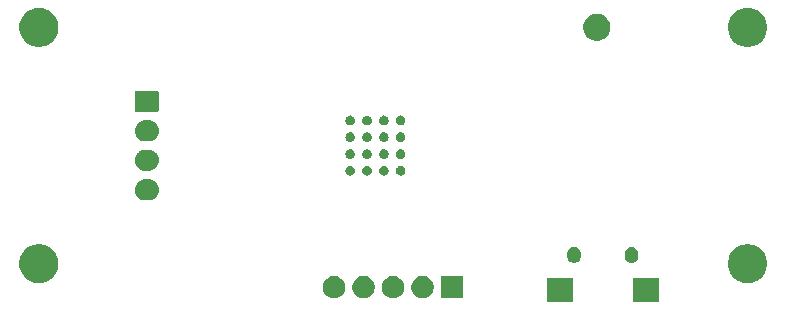
<source format=gbs>
G04 #@! TF.GenerationSoftware,KiCad,Pcbnew,(5.0.2)-1*
G04 #@! TF.CreationDate,2019-10-12T14:48:09+09:00*
G04 #@! TF.ProjectId,Barometer,4261726f-6d65-4746-9572-2e6b69636164,rev?*
G04 #@! TF.SameCoordinates,Original*
G04 #@! TF.FileFunction,Soldermask,Bot*
G04 #@! TF.FilePolarity,Negative*
%FSLAX46Y46*%
G04 Gerber Fmt 4.6, Leading zero omitted, Abs format (unit mm)*
G04 Created by KiCad (PCBNEW (5.0.2)-1) date 2019/10/12 14:48:09*
%MOMM*%
%LPD*%
G01*
G04 APERTURE LIST*
%ADD10C,0.100000*%
G04 APERTURE END LIST*
D10*
G36*
X172501000Y-103251000D02*
X170299000Y-103251000D01*
X170299000Y-101249000D01*
X172501000Y-101249000D01*
X172501000Y-103251000D01*
X172501000Y-103251000D01*
G37*
G36*
X165201000Y-103251000D02*
X162999000Y-103251000D01*
X162999000Y-101249000D01*
X165201000Y-101249000D01*
X165201000Y-103251000D01*
X165201000Y-103251000D01*
G37*
G36*
X147777396Y-101085546D02*
X147950466Y-101157234D01*
X148106230Y-101261312D01*
X148238688Y-101393770D01*
X148342766Y-101549534D01*
X148414454Y-101722604D01*
X148451000Y-101906333D01*
X148451000Y-102093667D01*
X148414454Y-102277396D01*
X148342766Y-102450466D01*
X148238688Y-102606230D01*
X148106230Y-102738688D01*
X147950466Y-102842766D01*
X147777396Y-102914454D01*
X147593667Y-102951000D01*
X147406333Y-102951000D01*
X147222604Y-102914454D01*
X147049534Y-102842766D01*
X146893770Y-102738688D01*
X146761312Y-102606230D01*
X146657234Y-102450466D01*
X146585546Y-102277396D01*
X146549000Y-102093667D01*
X146549000Y-101906333D01*
X146585546Y-101722604D01*
X146657234Y-101549534D01*
X146761312Y-101393770D01*
X146893770Y-101261312D01*
X147049534Y-101157234D01*
X147222604Y-101085546D01*
X147406333Y-101049000D01*
X147593667Y-101049000D01*
X147777396Y-101085546D01*
X147777396Y-101085546D01*
G37*
G36*
X155951000Y-102951000D02*
X154049000Y-102951000D01*
X154049000Y-101049000D01*
X155951000Y-101049000D01*
X155951000Y-102951000D01*
X155951000Y-102951000D01*
G37*
G36*
X152777396Y-101085546D02*
X152950466Y-101157234D01*
X153106230Y-101261312D01*
X153238688Y-101393770D01*
X153342766Y-101549534D01*
X153414454Y-101722604D01*
X153451000Y-101906333D01*
X153451000Y-102093667D01*
X153414454Y-102277396D01*
X153342766Y-102450466D01*
X153238688Y-102606230D01*
X153106230Y-102738688D01*
X152950466Y-102842766D01*
X152777396Y-102914454D01*
X152593667Y-102951000D01*
X152406333Y-102951000D01*
X152222604Y-102914454D01*
X152049534Y-102842766D01*
X151893770Y-102738688D01*
X151761312Y-102606230D01*
X151657234Y-102450466D01*
X151585546Y-102277396D01*
X151549000Y-102093667D01*
X151549000Y-101906333D01*
X151585546Y-101722604D01*
X151657234Y-101549534D01*
X151761312Y-101393770D01*
X151893770Y-101261312D01*
X152049534Y-101157234D01*
X152222604Y-101085546D01*
X152406333Y-101049000D01*
X152593667Y-101049000D01*
X152777396Y-101085546D01*
X152777396Y-101085546D01*
G37*
G36*
X150277396Y-101085546D02*
X150450466Y-101157234D01*
X150606230Y-101261312D01*
X150738688Y-101393770D01*
X150842766Y-101549534D01*
X150914454Y-101722604D01*
X150951000Y-101906333D01*
X150951000Y-102093667D01*
X150914454Y-102277396D01*
X150842766Y-102450466D01*
X150738688Y-102606230D01*
X150606230Y-102738688D01*
X150450466Y-102842766D01*
X150277396Y-102914454D01*
X150093667Y-102951000D01*
X149906333Y-102951000D01*
X149722604Y-102914454D01*
X149549534Y-102842766D01*
X149393770Y-102738688D01*
X149261312Y-102606230D01*
X149157234Y-102450466D01*
X149085546Y-102277396D01*
X149049000Y-102093667D01*
X149049000Y-101906333D01*
X149085546Y-101722604D01*
X149157234Y-101549534D01*
X149261312Y-101393770D01*
X149393770Y-101261312D01*
X149549534Y-101157234D01*
X149722604Y-101085546D01*
X149906333Y-101049000D01*
X150093667Y-101049000D01*
X150277396Y-101085546D01*
X150277396Y-101085546D01*
G37*
G36*
X145277396Y-101085546D02*
X145450466Y-101157234D01*
X145606230Y-101261312D01*
X145738688Y-101393770D01*
X145842766Y-101549534D01*
X145914454Y-101722604D01*
X145951000Y-101906333D01*
X145951000Y-102093667D01*
X145914454Y-102277396D01*
X145842766Y-102450466D01*
X145738688Y-102606230D01*
X145606230Y-102738688D01*
X145450466Y-102842766D01*
X145277396Y-102914454D01*
X145093667Y-102951000D01*
X144906333Y-102951000D01*
X144722604Y-102914454D01*
X144549534Y-102842766D01*
X144393770Y-102738688D01*
X144261312Y-102606230D01*
X144157234Y-102450466D01*
X144085546Y-102277396D01*
X144049000Y-102093667D01*
X144049000Y-101906333D01*
X144085546Y-101722604D01*
X144157234Y-101549534D01*
X144261312Y-101393770D01*
X144393770Y-101261312D01*
X144549534Y-101157234D01*
X144722604Y-101085546D01*
X144906333Y-101049000D01*
X145093667Y-101049000D01*
X145277396Y-101085546D01*
X145277396Y-101085546D01*
G37*
G36*
X120375256Y-98391298D02*
X120481579Y-98412447D01*
X120782042Y-98536903D01*
X120899332Y-98615274D01*
X121052454Y-98717587D01*
X121282413Y-98947546D01*
X121282415Y-98947549D01*
X121463097Y-99217958D01*
X121564562Y-99462915D01*
X121587553Y-99518422D01*
X121651000Y-99837389D01*
X121651000Y-100162611D01*
X121587553Y-100481578D01*
X121463098Y-100782040D01*
X121282413Y-101052454D01*
X121052454Y-101282413D01*
X121052451Y-101282415D01*
X120782042Y-101463097D01*
X120481579Y-101587553D01*
X120375256Y-101608702D01*
X120162611Y-101651000D01*
X119837389Y-101651000D01*
X119624744Y-101608702D01*
X119518421Y-101587553D01*
X119217958Y-101463097D01*
X118947549Y-101282415D01*
X118947546Y-101282413D01*
X118717587Y-101052454D01*
X118536902Y-100782040D01*
X118412447Y-100481578D01*
X118349000Y-100162611D01*
X118349000Y-99837389D01*
X118412447Y-99518422D01*
X118435439Y-99462915D01*
X118536903Y-99217958D01*
X118717585Y-98947549D01*
X118717587Y-98947546D01*
X118947546Y-98717587D01*
X119100668Y-98615274D01*
X119217958Y-98536903D01*
X119518421Y-98412447D01*
X119624744Y-98391298D01*
X119837389Y-98349000D01*
X120162611Y-98349000D01*
X120375256Y-98391298D01*
X120375256Y-98391298D01*
G37*
G36*
X180375256Y-98391298D02*
X180481579Y-98412447D01*
X180782042Y-98536903D01*
X180899332Y-98615274D01*
X181052454Y-98717587D01*
X181282413Y-98947546D01*
X181282415Y-98947549D01*
X181463097Y-99217958D01*
X181564562Y-99462915D01*
X181587553Y-99518422D01*
X181651000Y-99837389D01*
X181651000Y-100162611D01*
X181587553Y-100481578D01*
X181463098Y-100782040D01*
X181282413Y-101052454D01*
X181052454Y-101282413D01*
X181052451Y-101282415D01*
X180782042Y-101463097D01*
X180481579Y-101587553D01*
X180375256Y-101608702D01*
X180162611Y-101651000D01*
X179837389Y-101651000D01*
X179624744Y-101608702D01*
X179518421Y-101587553D01*
X179217958Y-101463097D01*
X178947549Y-101282415D01*
X178947546Y-101282413D01*
X178717587Y-101052454D01*
X178536902Y-100782040D01*
X178412447Y-100481578D01*
X178349000Y-100162611D01*
X178349000Y-99837389D01*
X178412447Y-99518422D01*
X178435439Y-99462915D01*
X178536903Y-99217958D01*
X178717585Y-98947549D01*
X178717587Y-98947546D01*
X178947546Y-98717587D01*
X179100668Y-98615274D01*
X179217958Y-98536903D01*
X179518421Y-98412447D01*
X179624744Y-98391298D01*
X179837389Y-98349000D01*
X180162611Y-98349000D01*
X180375256Y-98391298D01*
X180375256Y-98391298D01*
G37*
G36*
X170287915Y-98582334D02*
X170396491Y-98615271D01*
X170496556Y-98668756D01*
X170584264Y-98740736D01*
X170656244Y-98828443D01*
X170709729Y-98928508D01*
X170742666Y-99037084D01*
X170751000Y-99121702D01*
X170751000Y-99378297D01*
X170742666Y-99462915D01*
X170709729Y-99571491D01*
X170656244Y-99671556D01*
X170584264Y-99759264D01*
X170496557Y-99831244D01*
X170396492Y-99884729D01*
X170287916Y-99917666D01*
X170175000Y-99928787D01*
X170062085Y-99917666D01*
X169953509Y-99884729D01*
X169853444Y-99831244D01*
X169765737Y-99759264D01*
X169693757Y-99671557D01*
X169640271Y-99571492D01*
X169607334Y-99462916D01*
X169599000Y-99378298D01*
X169599000Y-99121703D01*
X169607334Y-99037085D01*
X169640271Y-98928509D01*
X169693756Y-98828444D01*
X169765736Y-98740736D01*
X169853443Y-98668756D01*
X169953508Y-98615271D01*
X170062084Y-98582334D01*
X170175000Y-98571213D01*
X170287915Y-98582334D01*
X170287915Y-98582334D01*
G37*
G36*
X165437915Y-98582334D02*
X165546491Y-98615271D01*
X165646556Y-98668756D01*
X165734264Y-98740736D01*
X165806244Y-98828443D01*
X165859729Y-98928508D01*
X165892666Y-99037084D01*
X165901000Y-99121702D01*
X165901000Y-99378297D01*
X165892666Y-99462915D01*
X165859729Y-99571491D01*
X165806244Y-99671556D01*
X165734264Y-99759264D01*
X165646557Y-99831244D01*
X165546492Y-99884729D01*
X165437916Y-99917666D01*
X165325000Y-99928787D01*
X165212085Y-99917666D01*
X165103509Y-99884729D01*
X165003444Y-99831244D01*
X164915737Y-99759264D01*
X164843757Y-99671557D01*
X164790271Y-99571492D01*
X164757334Y-99462916D01*
X164749000Y-99378298D01*
X164749000Y-99121703D01*
X164757334Y-99037085D01*
X164790271Y-98928509D01*
X164843756Y-98828444D01*
X164915736Y-98740736D01*
X165003443Y-98668756D01*
X165103508Y-98615271D01*
X165212084Y-98582334D01*
X165325000Y-98571213D01*
X165437915Y-98582334D01*
X165437915Y-98582334D01*
G37*
G36*
X129385443Y-92855519D02*
X129451627Y-92862037D01*
X129564853Y-92896384D01*
X129621467Y-92913557D01*
X129760087Y-92987652D01*
X129777991Y-92997222D01*
X129813729Y-93026552D01*
X129915186Y-93109814D01*
X129998448Y-93211271D01*
X130027778Y-93247009D01*
X130027779Y-93247011D01*
X130111443Y-93403533D01*
X130111443Y-93403534D01*
X130162963Y-93573373D01*
X130180359Y-93750000D01*
X130162963Y-93926627D01*
X130128616Y-94039853D01*
X130111443Y-94096467D01*
X130037348Y-94235087D01*
X130027778Y-94252991D01*
X129998448Y-94288729D01*
X129915186Y-94390186D01*
X129813729Y-94473448D01*
X129777991Y-94502778D01*
X129777989Y-94502779D01*
X129621467Y-94586443D01*
X129564853Y-94603616D01*
X129451627Y-94637963D01*
X129385443Y-94644481D01*
X129319260Y-94651000D01*
X128980740Y-94651000D01*
X128914558Y-94644482D01*
X128848373Y-94637963D01*
X128735147Y-94603616D01*
X128678533Y-94586443D01*
X128522011Y-94502779D01*
X128522009Y-94502778D01*
X128486271Y-94473448D01*
X128384814Y-94390186D01*
X128301552Y-94288729D01*
X128272222Y-94252991D01*
X128262652Y-94235087D01*
X128188557Y-94096467D01*
X128171384Y-94039853D01*
X128137037Y-93926627D01*
X128119641Y-93750000D01*
X128137037Y-93573373D01*
X128188557Y-93403534D01*
X128188557Y-93403533D01*
X128272221Y-93247011D01*
X128272222Y-93247009D01*
X128301552Y-93211271D01*
X128384814Y-93109814D01*
X128486271Y-93026552D01*
X128522009Y-92997222D01*
X128539913Y-92987652D01*
X128678533Y-92913557D01*
X128735147Y-92896384D01*
X128848373Y-92862037D01*
X128914557Y-92855519D01*
X128980740Y-92849000D01*
X129319260Y-92849000D01*
X129385443Y-92855519D01*
X129385443Y-92855519D01*
G37*
G36*
X149291951Y-91738075D02*
X149331291Y-91745900D01*
X149405405Y-91776599D01*
X149472107Y-91821168D01*
X149528832Y-91877893D01*
X149573401Y-91944595D01*
X149604100Y-92018709D01*
X149619750Y-92097389D01*
X149619750Y-92177611D01*
X149604100Y-92256291D01*
X149573401Y-92330405D01*
X149528832Y-92397107D01*
X149472107Y-92453832D01*
X149405405Y-92498401D01*
X149331291Y-92529100D01*
X149291951Y-92536925D01*
X149252612Y-92544750D01*
X149172388Y-92544750D01*
X149133049Y-92536925D01*
X149093709Y-92529100D01*
X149019595Y-92498401D01*
X148952893Y-92453832D01*
X148896168Y-92397107D01*
X148851599Y-92330405D01*
X148820900Y-92256291D01*
X148805250Y-92177611D01*
X148805250Y-92097389D01*
X148820900Y-92018709D01*
X148851599Y-91944595D01*
X148896168Y-91877893D01*
X148952893Y-91821168D01*
X149019595Y-91776599D01*
X149093709Y-91745900D01*
X149133049Y-91738075D01*
X149172388Y-91730250D01*
X149252612Y-91730250D01*
X149291951Y-91738075D01*
X149291951Y-91738075D01*
G37*
G36*
X147866951Y-91738075D02*
X147906291Y-91745900D01*
X147980405Y-91776599D01*
X148047107Y-91821168D01*
X148103832Y-91877893D01*
X148148401Y-91944595D01*
X148179100Y-92018709D01*
X148194750Y-92097389D01*
X148194750Y-92177611D01*
X148179100Y-92256291D01*
X148148401Y-92330405D01*
X148103832Y-92397107D01*
X148047107Y-92453832D01*
X147980405Y-92498401D01*
X147906291Y-92529100D01*
X147866951Y-92536925D01*
X147827612Y-92544750D01*
X147747388Y-92544750D01*
X147708049Y-92536925D01*
X147668709Y-92529100D01*
X147594595Y-92498401D01*
X147527893Y-92453832D01*
X147471168Y-92397107D01*
X147426599Y-92330405D01*
X147395900Y-92256291D01*
X147380250Y-92177611D01*
X147380250Y-92097389D01*
X147395900Y-92018709D01*
X147426599Y-91944595D01*
X147471168Y-91877893D01*
X147527893Y-91821168D01*
X147594595Y-91776599D01*
X147668709Y-91745900D01*
X147708049Y-91738075D01*
X147747388Y-91730250D01*
X147827612Y-91730250D01*
X147866951Y-91738075D01*
X147866951Y-91738075D01*
G37*
G36*
X146441951Y-91738075D02*
X146481291Y-91745900D01*
X146555405Y-91776599D01*
X146622107Y-91821168D01*
X146678832Y-91877893D01*
X146723401Y-91944595D01*
X146754100Y-92018709D01*
X146769750Y-92097389D01*
X146769750Y-92177611D01*
X146754100Y-92256291D01*
X146723401Y-92330405D01*
X146678832Y-92397107D01*
X146622107Y-92453832D01*
X146555405Y-92498401D01*
X146481291Y-92529100D01*
X146441951Y-92536925D01*
X146402612Y-92544750D01*
X146322388Y-92544750D01*
X146283049Y-92536925D01*
X146243709Y-92529100D01*
X146169595Y-92498401D01*
X146102893Y-92453832D01*
X146046168Y-92397107D01*
X146001599Y-92330405D01*
X145970900Y-92256291D01*
X145955250Y-92177611D01*
X145955250Y-92097389D01*
X145970900Y-92018709D01*
X146001599Y-91944595D01*
X146046168Y-91877893D01*
X146102893Y-91821168D01*
X146169595Y-91776599D01*
X146243709Y-91745900D01*
X146283049Y-91738075D01*
X146322388Y-91730250D01*
X146402612Y-91730250D01*
X146441951Y-91738075D01*
X146441951Y-91738075D01*
G37*
G36*
X150716951Y-91738075D02*
X150756291Y-91745900D01*
X150830405Y-91776599D01*
X150897107Y-91821168D01*
X150953832Y-91877893D01*
X150998401Y-91944595D01*
X151029100Y-92018709D01*
X151044750Y-92097389D01*
X151044750Y-92177611D01*
X151029100Y-92256291D01*
X150998401Y-92330405D01*
X150953832Y-92397107D01*
X150897107Y-92453832D01*
X150830405Y-92498401D01*
X150756291Y-92529100D01*
X150716951Y-92536925D01*
X150677612Y-92544750D01*
X150597388Y-92544750D01*
X150558049Y-92536925D01*
X150518709Y-92529100D01*
X150444595Y-92498401D01*
X150377893Y-92453832D01*
X150321168Y-92397107D01*
X150276599Y-92330405D01*
X150245900Y-92256291D01*
X150230250Y-92177611D01*
X150230250Y-92097389D01*
X150245900Y-92018709D01*
X150276599Y-91944595D01*
X150321168Y-91877893D01*
X150377893Y-91821168D01*
X150444595Y-91776599D01*
X150518709Y-91745900D01*
X150558049Y-91738075D01*
X150597388Y-91730250D01*
X150677612Y-91730250D01*
X150716951Y-91738075D01*
X150716951Y-91738075D01*
G37*
G36*
X129385442Y-90355518D02*
X129451627Y-90362037D01*
X129564142Y-90396168D01*
X129621467Y-90413557D01*
X129695058Y-90452893D01*
X129777991Y-90497222D01*
X129805252Y-90519595D01*
X129915186Y-90609814D01*
X129966538Y-90672388D01*
X130027778Y-90747009D01*
X130027779Y-90747011D01*
X130111443Y-90903533D01*
X130111443Y-90903534D01*
X130162963Y-91073373D01*
X130180359Y-91250000D01*
X130162963Y-91426627D01*
X130128616Y-91539853D01*
X130111443Y-91596467D01*
X130039933Y-91730250D01*
X130027778Y-91752991D01*
X130008403Y-91776599D01*
X129915186Y-91890186D01*
X129848887Y-91944595D01*
X129777991Y-92002778D01*
X129777989Y-92002779D01*
X129621467Y-92086443D01*
X129585385Y-92097388D01*
X129451627Y-92137963D01*
X129385443Y-92144481D01*
X129319260Y-92151000D01*
X128980740Y-92151000D01*
X128914557Y-92144481D01*
X128848373Y-92137963D01*
X128714615Y-92097388D01*
X128678533Y-92086443D01*
X128522011Y-92002779D01*
X128522009Y-92002778D01*
X128451113Y-91944595D01*
X128384814Y-91890186D01*
X128291597Y-91776599D01*
X128272222Y-91752991D01*
X128260067Y-91730250D01*
X128188557Y-91596467D01*
X128171384Y-91539853D01*
X128137037Y-91426627D01*
X128119641Y-91250000D01*
X128137037Y-91073373D01*
X128188557Y-90903534D01*
X128188557Y-90903533D01*
X128272221Y-90747011D01*
X128272222Y-90747009D01*
X128333462Y-90672388D01*
X128384814Y-90609814D01*
X128494748Y-90519595D01*
X128522009Y-90497222D01*
X128604942Y-90452893D01*
X128678533Y-90413557D01*
X128735858Y-90396168D01*
X128848373Y-90362037D01*
X128914558Y-90355518D01*
X128980740Y-90349000D01*
X129319260Y-90349000D01*
X129385442Y-90355518D01*
X129385442Y-90355518D01*
G37*
G36*
X150716951Y-90313075D02*
X150756291Y-90320900D01*
X150830405Y-90351599D01*
X150897107Y-90396168D01*
X150953832Y-90452893D01*
X150998401Y-90519595D01*
X151029100Y-90593709D01*
X151044750Y-90672389D01*
X151044750Y-90752611D01*
X151029100Y-90831291D01*
X150998401Y-90905405D01*
X150953832Y-90972107D01*
X150897107Y-91028832D01*
X150830405Y-91073401D01*
X150756291Y-91104100D01*
X150716951Y-91111925D01*
X150677612Y-91119750D01*
X150597388Y-91119750D01*
X150558049Y-91111925D01*
X150518709Y-91104100D01*
X150444595Y-91073401D01*
X150377893Y-91028832D01*
X150321168Y-90972107D01*
X150276599Y-90905405D01*
X150245900Y-90831291D01*
X150230250Y-90752611D01*
X150230250Y-90672389D01*
X150245900Y-90593709D01*
X150276599Y-90519595D01*
X150321168Y-90452893D01*
X150377893Y-90396168D01*
X150444595Y-90351599D01*
X150518709Y-90320900D01*
X150558049Y-90313075D01*
X150597388Y-90305250D01*
X150677612Y-90305250D01*
X150716951Y-90313075D01*
X150716951Y-90313075D01*
G37*
G36*
X146441951Y-90313075D02*
X146481291Y-90320900D01*
X146555405Y-90351599D01*
X146622107Y-90396168D01*
X146678832Y-90452893D01*
X146723401Y-90519595D01*
X146754100Y-90593709D01*
X146769750Y-90672389D01*
X146769750Y-90752611D01*
X146754100Y-90831291D01*
X146723401Y-90905405D01*
X146678832Y-90972107D01*
X146622107Y-91028832D01*
X146555405Y-91073401D01*
X146481291Y-91104100D01*
X146441951Y-91111925D01*
X146402612Y-91119750D01*
X146322388Y-91119750D01*
X146283049Y-91111925D01*
X146243709Y-91104100D01*
X146169595Y-91073401D01*
X146102893Y-91028832D01*
X146046168Y-90972107D01*
X146001599Y-90905405D01*
X145970900Y-90831291D01*
X145955250Y-90752611D01*
X145955250Y-90672389D01*
X145970900Y-90593709D01*
X146001599Y-90519595D01*
X146046168Y-90452893D01*
X146102893Y-90396168D01*
X146169595Y-90351599D01*
X146243709Y-90320900D01*
X146283049Y-90313075D01*
X146322388Y-90305250D01*
X146402612Y-90305250D01*
X146441951Y-90313075D01*
X146441951Y-90313075D01*
G37*
G36*
X147866951Y-90313075D02*
X147906291Y-90320900D01*
X147980405Y-90351599D01*
X148047107Y-90396168D01*
X148103832Y-90452893D01*
X148148401Y-90519595D01*
X148179100Y-90593709D01*
X148194750Y-90672389D01*
X148194750Y-90752611D01*
X148179100Y-90831291D01*
X148148401Y-90905405D01*
X148103832Y-90972107D01*
X148047107Y-91028832D01*
X147980405Y-91073401D01*
X147906291Y-91104100D01*
X147866951Y-91111925D01*
X147827612Y-91119750D01*
X147747388Y-91119750D01*
X147708049Y-91111925D01*
X147668709Y-91104100D01*
X147594595Y-91073401D01*
X147527893Y-91028832D01*
X147471168Y-90972107D01*
X147426599Y-90905405D01*
X147395900Y-90831291D01*
X147380250Y-90752611D01*
X147380250Y-90672389D01*
X147395900Y-90593709D01*
X147426599Y-90519595D01*
X147471168Y-90452893D01*
X147527893Y-90396168D01*
X147594595Y-90351599D01*
X147668709Y-90320900D01*
X147708049Y-90313075D01*
X147747388Y-90305250D01*
X147827612Y-90305250D01*
X147866951Y-90313075D01*
X147866951Y-90313075D01*
G37*
G36*
X149291951Y-90313075D02*
X149331291Y-90320900D01*
X149405405Y-90351599D01*
X149472107Y-90396168D01*
X149528832Y-90452893D01*
X149573401Y-90519595D01*
X149604100Y-90593709D01*
X149619750Y-90672389D01*
X149619750Y-90752611D01*
X149604100Y-90831291D01*
X149573401Y-90905405D01*
X149528832Y-90972107D01*
X149472107Y-91028832D01*
X149405405Y-91073401D01*
X149331291Y-91104100D01*
X149291951Y-91111925D01*
X149252612Y-91119750D01*
X149172388Y-91119750D01*
X149133049Y-91111925D01*
X149093709Y-91104100D01*
X149019595Y-91073401D01*
X148952893Y-91028832D01*
X148896168Y-90972107D01*
X148851599Y-90905405D01*
X148820900Y-90831291D01*
X148805250Y-90752611D01*
X148805250Y-90672389D01*
X148820900Y-90593709D01*
X148851599Y-90519595D01*
X148896168Y-90452893D01*
X148952893Y-90396168D01*
X149019595Y-90351599D01*
X149093709Y-90320900D01*
X149133049Y-90313075D01*
X149172388Y-90305250D01*
X149252612Y-90305250D01*
X149291951Y-90313075D01*
X149291951Y-90313075D01*
G37*
G36*
X147866951Y-88888075D02*
X147906291Y-88895900D01*
X147980405Y-88926599D01*
X148047107Y-88971168D01*
X148103832Y-89027893D01*
X148148401Y-89094595D01*
X148179100Y-89168709D01*
X148194750Y-89247389D01*
X148194750Y-89327611D01*
X148179100Y-89406291D01*
X148148401Y-89480405D01*
X148103832Y-89547107D01*
X148047107Y-89603832D01*
X147980405Y-89648401D01*
X147906291Y-89679100D01*
X147866951Y-89686925D01*
X147827612Y-89694750D01*
X147747388Y-89694750D01*
X147708049Y-89686925D01*
X147668709Y-89679100D01*
X147594595Y-89648401D01*
X147527893Y-89603832D01*
X147471168Y-89547107D01*
X147426599Y-89480405D01*
X147395900Y-89406291D01*
X147380250Y-89327611D01*
X147380250Y-89247389D01*
X147395900Y-89168709D01*
X147426599Y-89094595D01*
X147471168Y-89027893D01*
X147527893Y-88971168D01*
X147594595Y-88926599D01*
X147668709Y-88895900D01*
X147708049Y-88888075D01*
X147747388Y-88880250D01*
X147827612Y-88880250D01*
X147866951Y-88888075D01*
X147866951Y-88888075D01*
G37*
G36*
X150716951Y-88888075D02*
X150756291Y-88895900D01*
X150830405Y-88926599D01*
X150897107Y-88971168D01*
X150953832Y-89027893D01*
X150998401Y-89094595D01*
X151029100Y-89168709D01*
X151044750Y-89247389D01*
X151044750Y-89327611D01*
X151029100Y-89406291D01*
X150998401Y-89480405D01*
X150953832Y-89547107D01*
X150897107Y-89603832D01*
X150830405Y-89648401D01*
X150756291Y-89679100D01*
X150716951Y-89686925D01*
X150677612Y-89694750D01*
X150597388Y-89694750D01*
X150558049Y-89686925D01*
X150518709Y-89679100D01*
X150444595Y-89648401D01*
X150377893Y-89603832D01*
X150321168Y-89547107D01*
X150276599Y-89480405D01*
X150245900Y-89406291D01*
X150230250Y-89327611D01*
X150230250Y-89247389D01*
X150245900Y-89168709D01*
X150276599Y-89094595D01*
X150321168Y-89027893D01*
X150377893Y-88971168D01*
X150444595Y-88926599D01*
X150518709Y-88895900D01*
X150558049Y-88888075D01*
X150597388Y-88880250D01*
X150677612Y-88880250D01*
X150716951Y-88888075D01*
X150716951Y-88888075D01*
G37*
G36*
X149291951Y-88888075D02*
X149331291Y-88895900D01*
X149405405Y-88926599D01*
X149472107Y-88971168D01*
X149528832Y-89027893D01*
X149573401Y-89094595D01*
X149604100Y-89168709D01*
X149619750Y-89247389D01*
X149619750Y-89327611D01*
X149604100Y-89406291D01*
X149573401Y-89480405D01*
X149528832Y-89547107D01*
X149472107Y-89603832D01*
X149405405Y-89648401D01*
X149331291Y-89679100D01*
X149291951Y-89686925D01*
X149252612Y-89694750D01*
X149172388Y-89694750D01*
X149133049Y-89686925D01*
X149093709Y-89679100D01*
X149019595Y-89648401D01*
X148952893Y-89603832D01*
X148896168Y-89547107D01*
X148851599Y-89480405D01*
X148820900Y-89406291D01*
X148805250Y-89327611D01*
X148805250Y-89247389D01*
X148820900Y-89168709D01*
X148851599Y-89094595D01*
X148896168Y-89027893D01*
X148952893Y-88971168D01*
X149019595Y-88926599D01*
X149093709Y-88895900D01*
X149133049Y-88888075D01*
X149172388Y-88880250D01*
X149252612Y-88880250D01*
X149291951Y-88888075D01*
X149291951Y-88888075D01*
G37*
G36*
X146441951Y-88888075D02*
X146481291Y-88895900D01*
X146555405Y-88926599D01*
X146622107Y-88971168D01*
X146678832Y-89027893D01*
X146723401Y-89094595D01*
X146754100Y-89168709D01*
X146769750Y-89247389D01*
X146769750Y-89327611D01*
X146754100Y-89406291D01*
X146723401Y-89480405D01*
X146678832Y-89547107D01*
X146622107Y-89603832D01*
X146555405Y-89648401D01*
X146481291Y-89679100D01*
X146441951Y-89686925D01*
X146402612Y-89694750D01*
X146322388Y-89694750D01*
X146283049Y-89686925D01*
X146243709Y-89679100D01*
X146169595Y-89648401D01*
X146102893Y-89603832D01*
X146046168Y-89547107D01*
X146001599Y-89480405D01*
X145970900Y-89406291D01*
X145955250Y-89327611D01*
X145955250Y-89247389D01*
X145970900Y-89168709D01*
X146001599Y-89094595D01*
X146046168Y-89027893D01*
X146102893Y-88971168D01*
X146169595Y-88926599D01*
X146243709Y-88895900D01*
X146283049Y-88888075D01*
X146322388Y-88880250D01*
X146402612Y-88880250D01*
X146441951Y-88888075D01*
X146441951Y-88888075D01*
G37*
G36*
X129385442Y-87855518D02*
X129451627Y-87862037D01*
X129564853Y-87896384D01*
X129621467Y-87913557D01*
X129760087Y-87987652D01*
X129777991Y-87997222D01*
X129813729Y-88026552D01*
X129915186Y-88109814D01*
X129998448Y-88211271D01*
X130027778Y-88247009D01*
X130027779Y-88247011D01*
X130111443Y-88403533D01*
X130111443Y-88403534D01*
X130162963Y-88573373D01*
X130180359Y-88750000D01*
X130162963Y-88926627D01*
X130149451Y-88971169D01*
X130111443Y-89096467D01*
X130037348Y-89235087D01*
X130027778Y-89252991D01*
X129998448Y-89288729D01*
X129915186Y-89390186D01*
X129813729Y-89473448D01*
X129777991Y-89502778D01*
X129777989Y-89502779D01*
X129621467Y-89586443D01*
X129564853Y-89603616D01*
X129451627Y-89637963D01*
X129385442Y-89644482D01*
X129319260Y-89651000D01*
X128980740Y-89651000D01*
X128914558Y-89644482D01*
X128848373Y-89637963D01*
X128735147Y-89603616D01*
X128678533Y-89586443D01*
X128522011Y-89502779D01*
X128522009Y-89502778D01*
X128486271Y-89473448D01*
X128384814Y-89390186D01*
X128301552Y-89288729D01*
X128272222Y-89252991D01*
X128262652Y-89235087D01*
X128188557Y-89096467D01*
X128150549Y-88971169D01*
X128137037Y-88926627D01*
X128119641Y-88750000D01*
X128137037Y-88573373D01*
X128188557Y-88403534D01*
X128188557Y-88403533D01*
X128272221Y-88247011D01*
X128272222Y-88247009D01*
X128301552Y-88211271D01*
X128384814Y-88109814D01*
X128486271Y-88026552D01*
X128522009Y-87997222D01*
X128539913Y-87987652D01*
X128678533Y-87913557D01*
X128735147Y-87896384D01*
X128848373Y-87862037D01*
X128914558Y-87855518D01*
X128980740Y-87849000D01*
X129319260Y-87849000D01*
X129385442Y-87855518D01*
X129385442Y-87855518D01*
G37*
G36*
X146441951Y-87463075D02*
X146481291Y-87470900D01*
X146555405Y-87501599D01*
X146622107Y-87546168D01*
X146678832Y-87602893D01*
X146723401Y-87669595D01*
X146754100Y-87743709D01*
X146769750Y-87822389D01*
X146769750Y-87902611D01*
X146754100Y-87981291D01*
X146723401Y-88055405D01*
X146678832Y-88122107D01*
X146622107Y-88178832D01*
X146555405Y-88223401D01*
X146481291Y-88254100D01*
X146441951Y-88261925D01*
X146402612Y-88269750D01*
X146322388Y-88269750D01*
X146283049Y-88261925D01*
X146243709Y-88254100D01*
X146169595Y-88223401D01*
X146102893Y-88178832D01*
X146046168Y-88122107D01*
X146001599Y-88055405D01*
X145970900Y-87981291D01*
X145955250Y-87902611D01*
X145955250Y-87822389D01*
X145970900Y-87743709D01*
X146001599Y-87669595D01*
X146046168Y-87602893D01*
X146102893Y-87546168D01*
X146169595Y-87501599D01*
X146243709Y-87470900D01*
X146283049Y-87463075D01*
X146322388Y-87455250D01*
X146402612Y-87455250D01*
X146441951Y-87463075D01*
X146441951Y-87463075D01*
G37*
G36*
X147866951Y-87463075D02*
X147906291Y-87470900D01*
X147980405Y-87501599D01*
X148047107Y-87546168D01*
X148103832Y-87602893D01*
X148148401Y-87669595D01*
X148179100Y-87743709D01*
X148194750Y-87822389D01*
X148194750Y-87902611D01*
X148179100Y-87981291D01*
X148148401Y-88055405D01*
X148103832Y-88122107D01*
X148047107Y-88178832D01*
X147980405Y-88223401D01*
X147906291Y-88254100D01*
X147866951Y-88261925D01*
X147827612Y-88269750D01*
X147747388Y-88269750D01*
X147708049Y-88261925D01*
X147668709Y-88254100D01*
X147594595Y-88223401D01*
X147527893Y-88178832D01*
X147471168Y-88122107D01*
X147426599Y-88055405D01*
X147395900Y-87981291D01*
X147380250Y-87902611D01*
X147380250Y-87822389D01*
X147395900Y-87743709D01*
X147426599Y-87669595D01*
X147471168Y-87602893D01*
X147527893Y-87546168D01*
X147594595Y-87501599D01*
X147668709Y-87470900D01*
X147708049Y-87463075D01*
X147747388Y-87455250D01*
X147827612Y-87455250D01*
X147866951Y-87463075D01*
X147866951Y-87463075D01*
G37*
G36*
X149291951Y-87463075D02*
X149331291Y-87470900D01*
X149405405Y-87501599D01*
X149472107Y-87546168D01*
X149528832Y-87602893D01*
X149573401Y-87669595D01*
X149604100Y-87743709D01*
X149619750Y-87822389D01*
X149619750Y-87902611D01*
X149604100Y-87981291D01*
X149573401Y-88055405D01*
X149528832Y-88122107D01*
X149472107Y-88178832D01*
X149405405Y-88223401D01*
X149331291Y-88254100D01*
X149291951Y-88261925D01*
X149252612Y-88269750D01*
X149172388Y-88269750D01*
X149133049Y-88261925D01*
X149093709Y-88254100D01*
X149019595Y-88223401D01*
X148952893Y-88178832D01*
X148896168Y-88122107D01*
X148851599Y-88055405D01*
X148820900Y-87981291D01*
X148805250Y-87902611D01*
X148805250Y-87822389D01*
X148820900Y-87743709D01*
X148851599Y-87669595D01*
X148896168Y-87602893D01*
X148952893Y-87546168D01*
X149019595Y-87501599D01*
X149093709Y-87470900D01*
X149133049Y-87463075D01*
X149172388Y-87455250D01*
X149252612Y-87455250D01*
X149291951Y-87463075D01*
X149291951Y-87463075D01*
G37*
G36*
X150716951Y-87463075D02*
X150756291Y-87470900D01*
X150830405Y-87501599D01*
X150897107Y-87546168D01*
X150953832Y-87602893D01*
X150998401Y-87669595D01*
X151029100Y-87743709D01*
X151044750Y-87822389D01*
X151044750Y-87902611D01*
X151029100Y-87981291D01*
X150998401Y-88055405D01*
X150953832Y-88122107D01*
X150897107Y-88178832D01*
X150830405Y-88223401D01*
X150756291Y-88254100D01*
X150716951Y-88261925D01*
X150677612Y-88269750D01*
X150597388Y-88269750D01*
X150558049Y-88261925D01*
X150518709Y-88254100D01*
X150444595Y-88223401D01*
X150377893Y-88178832D01*
X150321168Y-88122107D01*
X150276599Y-88055405D01*
X150245900Y-87981291D01*
X150230250Y-87902611D01*
X150230250Y-87822389D01*
X150245900Y-87743709D01*
X150276599Y-87669595D01*
X150321168Y-87602893D01*
X150377893Y-87546168D01*
X150444595Y-87501599D01*
X150518709Y-87470900D01*
X150558049Y-87463075D01*
X150597388Y-87455250D01*
X150677612Y-87455250D01*
X150716951Y-87463075D01*
X150716951Y-87463075D01*
G37*
G36*
X130033600Y-85352989D02*
X130066649Y-85363014D01*
X130097106Y-85379294D01*
X130123799Y-85401201D01*
X130145706Y-85427894D01*
X130161986Y-85458351D01*
X130172011Y-85491400D01*
X130176000Y-85531904D01*
X130176000Y-86968096D01*
X130172011Y-87008600D01*
X130161986Y-87041649D01*
X130145706Y-87072106D01*
X130123799Y-87098799D01*
X130097106Y-87120706D01*
X130066649Y-87136986D01*
X130033600Y-87147011D01*
X129993096Y-87151000D01*
X128306904Y-87151000D01*
X128266400Y-87147011D01*
X128233351Y-87136986D01*
X128202894Y-87120706D01*
X128176201Y-87098799D01*
X128154294Y-87072106D01*
X128138014Y-87041649D01*
X128127989Y-87008600D01*
X128124000Y-86968096D01*
X128124000Y-85531904D01*
X128127989Y-85491400D01*
X128138014Y-85458351D01*
X128154294Y-85427894D01*
X128176201Y-85401201D01*
X128202894Y-85379294D01*
X128233351Y-85363014D01*
X128266400Y-85352989D01*
X128306904Y-85349000D01*
X129993096Y-85349000D01*
X130033600Y-85352989D01*
X130033600Y-85352989D01*
G37*
G36*
X120375256Y-78391298D02*
X120481579Y-78412447D01*
X120782042Y-78536903D01*
X121048852Y-78715180D01*
X121052454Y-78717587D01*
X121282413Y-78947546D01*
X121463098Y-79217960D01*
X121587553Y-79518422D01*
X121651000Y-79837389D01*
X121651000Y-80162611D01*
X121587553Y-80481578D01*
X121463098Y-80782040D01*
X121282413Y-81052454D01*
X121052454Y-81282413D01*
X121052451Y-81282415D01*
X120782042Y-81463097D01*
X120481579Y-81587553D01*
X120375256Y-81608702D01*
X120162611Y-81651000D01*
X119837389Y-81651000D01*
X119624744Y-81608702D01*
X119518421Y-81587553D01*
X119217958Y-81463097D01*
X118947549Y-81282415D01*
X118947546Y-81282413D01*
X118717587Y-81052454D01*
X118536902Y-80782040D01*
X118412447Y-80481578D01*
X118349000Y-80162611D01*
X118349000Y-79837389D01*
X118412447Y-79518422D01*
X118536902Y-79217960D01*
X118717587Y-78947546D01*
X118947546Y-78717587D01*
X118951148Y-78715180D01*
X119217958Y-78536903D01*
X119518421Y-78412447D01*
X119624744Y-78391298D01*
X119837389Y-78349000D01*
X120162611Y-78349000D01*
X120375256Y-78391298D01*
X120375256Y-78391298D01*
G37*
G36*
X180375256Y-78391298D02*
X180481579Y-78412447D01*
X180782042Y-78536903D01*
X181048852Y-78715180D01*
X181052454Y-78717587D01*
X181282413Y-78947546D01*
X181463098Y-79217960D01*
X181587553Y-79518422D01*
X181651000Y-79837389D01*
X181651000Y-80162611D01*
X181587553Y-80481578D01*
X181463098Y-80782040D01*
X181282413Y-81052454D01*
X181052454Y-81282413D01*
X181052451Y-81282415D01*
X180782042Y-81463097D01*
X180481579Y-81587553D01*
X180375256Y-81608702D01*
X180162611Y-81651000D01*
X179837389Y-81651000D01*
X179624744Y-81608702D01*
X179518421Y-81587553D01*
X179217958Y-81463097D01*
X178947549Y-81282415D01*
X178947546Y-81282413D01*
X178717587Y-81052454D01*
X178536902Y-80782040D01*
X178412447Y-80481578D01*
X178349000Y-80162611D01*
X178349000Y-79837389D01*
X178412447Y-79518422D01*
X178536902Y-79217960D01*
X178717587Y-78947546D01*
X178947546Y-78717587D01*
X178951148Y-78715180D01*
X179217958Y-78536903D01*
X179518421Y-78412447D01*
X179624744Y-78391298D01*
X179837389Y-78349000D01*
X180162611Y-78349000D01*
X180375256Y-78391298D01*
X180375256Y-78391298D01*
G37*
G36*
X167585734Y-78893232D02*
X167795202Y-78979996D01*
X167983723Y-79105962D01*
X168144038Y-79266277D01*
X168270004Y-79454798D01*
X168356768Y-79664266D01*
X168401000Y-79886635D01*
X168401000Y-80113365D01*
X168356768Y-80335734D01*
X168270004Y-80545202D01*
X168144038Y-80733723D01*
X167983723Y-80894038D01*
X167795202Y-81020004D01*
X167585734Y-81106768D01*
X167363365Y-81151000D01*
X167136635Y-81151000D01*
X166914266Y-81106768D01*
X166704798Y-81020004D01*
X166516277Y-80894038D01*
X166355962Y-80733723D01*
X166229996Y-80545202D01*
X166143232Y-80335734D01*
X166099000Y-80113365D01*
X166099000Y-79886635D01*
X166143232Y-79664266D01*
X166229996Y-79454798D01*
X166355962Y-79266277D01*
X166516277Y-79105962D01*
X166704798Y-78979996D01*
X166914266Y-78893232D01*
X167136635Y-78849000D01*
X167363365Y-78849000D01*
X167585734Y-78893232D01*
X167585734Y-78893232D01*
G37*
M02*

</source>
